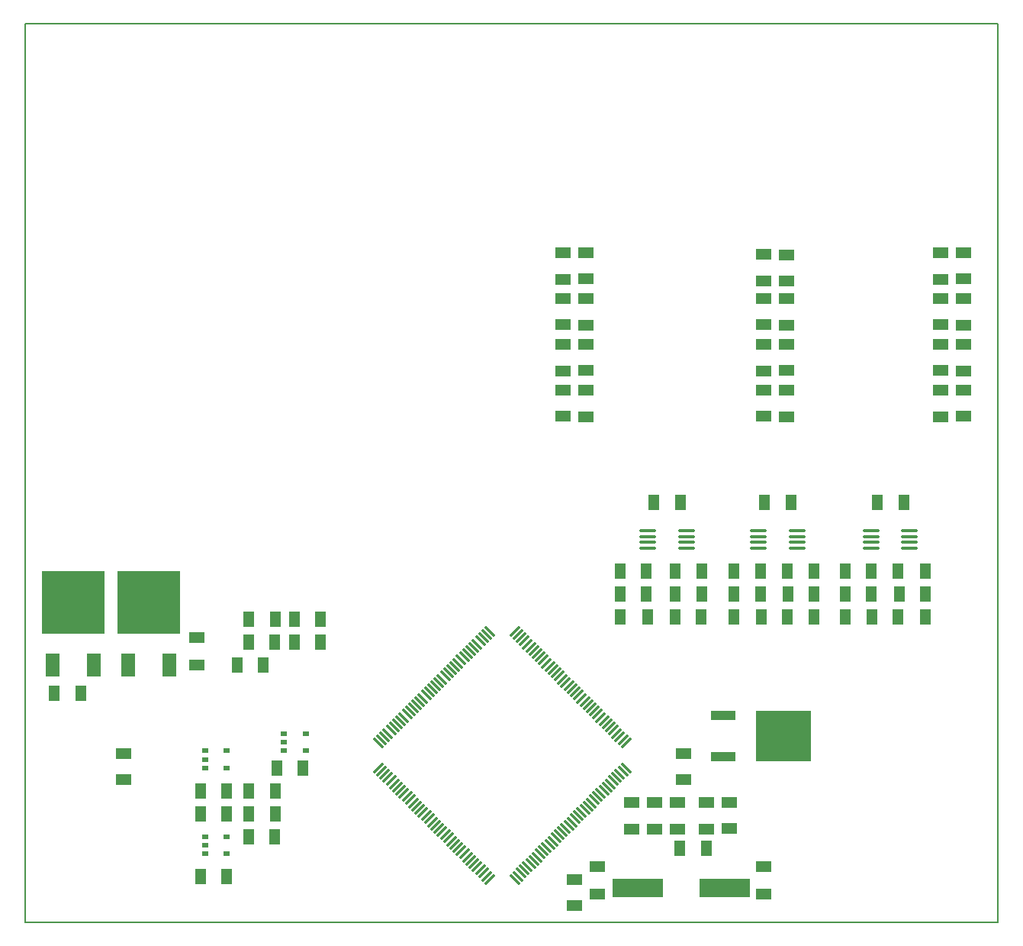
<source format=gbr>
G04 PROTEUS GERBER X2 FILE*
%TF.GenerationSoftware,Labcenter,Proteus,8.7-SP3-Build25561*%
%TF.CreationDate,2021-06-13T19:25:45+00:00*%
%TF.FileFunction,Paste,Bot*%
%TF.FilePolarity,Positive*%
%TF.Part,Single*%
%TF.SameCoordinates,{9c7b3d0d-a21c-4509-bc3d-39c11cb24c33}*%
%FSLAX45Y45*%
%MOMM*%
G01*
%AMPPAD127*
4,1,4,
0.628620,-0.449010,
0.449010,-0.628620,
-0.628620,0.449010,
-0.449010,0.628620,
0.628620,-0.449010,
0*%
%TA.AperFunction,Material*%
%ADD137PPAD127*%
%AMPPAD128*
4,1,4,
0.449010,0.628620,
0.628620,0.449010,
-0.449010,-0.628620,
-0.628620,-0.449010,
0.449010,0.628620,
0*%
%ADD138PPAD128*%
%AMPPAD129*
4,1,4,
0.422070,0.637600,
0.637600,0.422070,
-0.422070,-0.637600,
-0.637600,-0.422070,
0.422070,0.637600,
0*%
%ADD139PPAD129*%
%AMPPAD130*
4,1,4,
0.637600,-0.422070,
0.422070,-0.637600,
-0.637600,0.422070,
-0.422070,0.637600,
0.637600,-0.422070,
0*%
%ADD140PPAD130*%
%TA.AperFunction,Material*%
%ADD141R,0.635000X0.508000*%
%TA.AperFunction,Material*%
%ADD129R,1.803400X1.143000*%
%TA.AperFunction,Material*%
%ADD119R,6.985000X6.985000*%
%ADD120R,1.524000X2.540000*%
%TA.AperFunction,Material*%
%ADD123R,1.143000X1.803400*%
%AMPPAD101*
4,1,36,
0.901700,-0.025400,
0.901700,0.025400,
0.898160,0.061750,
0.887980,0.095370,
0.871810,0.125600,
0.850300,0.151800,
0.824110,0.173310,
0.793870,0.189480,
0.760250,0.199660,
0.723900,0.203200,
-0.723900,0.203200,
-0.760250,0.199660,
-0.793870,0.189480,
-0.824110,0.173310,
-0.850300,0.151800,
-0.871810,0.125600,
-0.887980,0.095370,
-0.898160,0.061750,
-0.901700,0.025400,
-0.901700,-0.025400,
-0.898160,-0.061750,
-0.887980,-0.095370,
-0.871810,-0.125600,
-0.850300,-0.151800,
-0.824110,-0.173310,
-0.793870,-0.189480,
-0.760250,-0.199660,
-0.723900,-0.203200,
0.723900,-0.203200,
0.760250,-0.199660,
0.793870,-0.189480,
0.824110,-0.173310,
0.850300,-0.151800,
0.871810,-0.125600,
0.887980,-0.095370,
0.898160,-0.061750,
0.901700,-0.025400,
0*%
%TA.AperFunction,Material*%
%ADD111PPAD101*%
%TA.AperFunction,Material*%
%ADD142R,2.743200X0.990600*%
%ADD143R,6.146800X5.562600*%
%TA.AperFunction,Material*%
%ADD144R,5.588000X2.032000*%
%TA.AperFunction,Profile*%
%ADD46C,0.203200*%
%TD.AperFunction*%
D137*
X+5589396Y-5904103D03*
X+5554040Y-5939459D03*
X+5518685Y-5974814D03*
X+5483330Y-6010169D03*
X+5447974Y-6045525D03*
X+5412619Y-6080880D03*
X+5377264Y-6116235D03*
X+5341908Y-6151591D03*
X+5306553Y-6186946D03*
X+5271198Y-6222301D03*
X+5235842Y-6257657D03*
X+5200487Y-6293012D03*
X+5165132Y-6328367D03*
X+5129776Y-6363723D03*
X+5094421Y-6399078D03*
X+5059066Y-6434434D03*
X+5023710Y-6469789D03*
X+4988355Y-6505144D03*
X+4953000Y-6540500D03*
X+4917644Y-6575855D03*
X+4882289Y-6611210D03*
X+4846934Y-6646566D03*
X+4811578Y-6681921D03*
X+4776223Y-6717276D03*
X+4740868Y-6752632D03*
X+4705512Y-6787987D03*
X+4670157Y-6823342D03*
X+4634802Y-6858698D03*
X+4599446Y-6894053D03*
X+4564091Y-6929408D03*
X+4528736Y-6964764D03*
X+4493380Y-7000119D03*
X+4458025Y-7035474D03*
X+4422670Y-7070830D03*
X+4387314Y-7106185D03*
X+4351959Y-7141540D03*
D138*
X+4076187Y-7141540D03*
X+4040832Y-7106185D03*
X+4005477Y-7070830D03*
X+3970121Y-7035474D03*
X+3934766Y-7000119D03*
D139*
X+3899411Y-6964764D03*
D138*
X+3864055Y-6929408D03*
X+3828700Y-6894053D03*
X+3793345Y-6858698D03*
X+3757989Y-6823342D03*
X+3722634Y-6787987D03*
X+3687279Y-6752632D03*
X+3651923Y-6717276D03*
X+3616568Y-6681921D03*
X+3581213Y-6646566D03*
X+3545857Y-6611210D03*
X+3510502Y-6575855D03*
X+3475147Y-6540500D03*
X+3439791Y-6505144D03*
X+3404436Y-6469789D03*
X+3369081Y-6434434D03*
X+3333725Y-6399078D03*
X+3298370Y-6363723D03*
X+3263015Y-6328367D03*
X+3227659Y-6293012D03*
X+3192304Y-6257657D03*
X+3156948Y-6222301D03*
X+3121593Y-6186946D03*
X+3086238Y-6151591D03*
X+3050882Y-6116235D03*
X+3015527Y-6080880D03*
X+2980172Y-6045525D03*
X+2944816Y-6010169D03*
X+2909461Y-5974814D03*
X+2874106Y-5939459D03*
X+2838750Y-5904103D03*
D137*
X+2838750Y-5628332D03*
X+2874106Y-5592976D03*
X+2909461Y-5557621D03*
X+2944816Y-5522266D03*
X+2980172Y-5486910D03*
X+3015527Y-5451555D03*
X+3050882Y-5416200D03*
X+3086238Y-5380844D03*
X+3121593Y-5345489D03*
X+3156948Y-5310134D03*
X+3192304Y-5274778D03*
X+3227659Y-5239423D03*
X+3263015Y-5204068D03*
X+3298370Y-5168712D03*
X+3333725Y-5133357D03*
X+3369081Y-5098002D03*
X+3404436Y-5062646D03*
X+3439791Y-5027291D03*
X+3475147Y-4991936D03*
X+3510502Y-4956580D03*
X+3545857Y-4921225D03*
X+3581213Y-4885870D03*
X+3616568Y-4850514D03*
X+3651923Y-4815159D03*
X+3687279Y-4779804D03*
X+3722634Y-4744448D03*
X+3757989Y-4709093D03*
X+3793345Y-4673738D03*
X+3828700Y-4638382D03*
X+3864055Y-4603027D03*
X+3899411Y-4567672D03*
X+3934766Y-4532316D03*
X+3970121Y-4496961D03*
D140*
X+4005477Y-4461606D03*
D137*
X+4040832Y-4426250D03*
X+4076187Y-4390895D03*
D138*
X+4351959Y-4390895D03*
X+4387314Y-4426250D03*
X+4422670Y-4461606D03*
X+4458025Y-4496961D03*
X+4493380Y-4532316D03*
X+4528736Y-4567672D03*
X+4564091Y-4603027D03*
X+4599446Y-4638382D03*
X+4634802Y-4673738D03*
X+4670157Y-4709093D03*
X+4705512Y-4744448D03*
X+4740868Y-4779804D03*
X+4776223Y-4815159D03*
X+4811578Y-4850514D03*
X+4846934Y-4885870D03*
X+4882289Y-4921225D03*
X+4917644Y-4956580D03*
X+4953000Y-4991936D03*
X+4988355Y-5027291D03*
X+5023710Y-5062646D03*
X+5059066Y-5098002D03*
X+5094421Y-5133357D03*
X+5129776Y-5168712D03*
X+5165132Y-5204068D03*
X+5200487Y-5239423D03*
X+5235842Y-5274778D03*
X+5271198Y-5310134D03*
X+5306553Y-5345489D03*
X+5341908Y-5380844D03*
X+5377264Y-5416200D03*
X+5412619Y-5451555D03*
X+5447974Y-5486910D03*
X+5483330Y-5522266D03*
X+5518685Y-5557621D03*
X+5554040Y-5592976D03*
X+5589396Y-5628332D03*
D141*
X+913740Y-5905500D03*
X+913740Y-5811520D03*
X+913740Y-5715000D03*
X+1152500Y-5715000D03*
X+1152500Y-5905500D03*
X+1793240Y-5715000D03*
X+1793240Y-5621020D03*
X+1793240Y-5524500D03*
X+2032000Y-5524500D03*
X+2032000Y-5715000D03*
X+913740Y-6858000D03*
X+913740Y-6764020D03*
X+913740Y-6667500D03*
X+1152500Y-6667500D03*
X+1152500Y-6858000D03*
D129*
X+5143500Y-698500D03*
X+5143500Y-998500D03*
X+5143500Y-190500D03*
X+5143500Y-480500D03*
X+4889500Y-190500D03*
X+4889500Y-490500D03*
X+4889500Y-698500D03*
X+4889500Y-988500D03*
D119*
X-546100Y-4071620D03*
D120*
X-317500Y-4762500D03*
X-774700Y-4762500D03*
D119*
X+292100Y-4071620D03*
D120*
X+520700Y-4762500D03*
X+63500Y-4762500D03*
D123*
X-462000Y-5080000D03*
X-762000Y-5080000D03*
D129*
X+825500Y-4762500D03*
X+825500Y-4462500D03*
X+4889500Y-1206500D03*
X+4889500Y-1506500D03*
X+5143500Y-1714500D03*
X+5143500Y-2014500D03*
X+4889500Y-1714500D03*
X+4889500Y-2004500D03*
X+5143500Y-1206500D03*
X+5143500Y-1496500D03*
D111*
X+6259000Y-3273402D03*
X+6259000Y-3338402D03*
X+6259000Y-3403402D03*
X+6259000Y-3468402D03*
X+5829000Y-3468402D03*
X+5829000Y-3403402D03*
X+5829000Y-3338402D03*
X+5829000Y-3273402D03*
X+7486107Y-3273033D03*
X+7486107Y-3338033D03*
X+7486107Y-3403033D03*
X+7486107Y-3468033D03*
X+7056107Y-3468033D03*
X+7056107Y-3403033D03*
X+7056107Y-3338033D03*
X+7056107Y-3273033D03*
X+8735869Y-3274533D03*
X+8735869Y-3339533D03*
X+8735869Y-3404533D03*
X+8735869Y-3469533D03*
X+8305869Y-3469533D03*
X+8305869Y-3404533D03*
X+8305869Y-3339533D03*
X+8305869Y-3274533D03*
D123*
X+6195500Y-2957402D03*
X+5895500Y-2957402D03*
X+7422607Y-2957033D03*
X+7122607Y-2957033D03*
X+8672369Y-2958533D03*
X+8372369Y-2958533D03*
X+6432000Y-3719402D03*
X+6132000Y-3719402D03*
X+7676607Y-3719033D03*
X+7376607Y-3719033D03*
X+8908869Y-3719033D03*
X+8608869Y-3719033D03*
X+6432000Y-3973402D03*
X+6132000Y-3973402D03*
X+5824500Y-4227402D03*
X+5524500Y-4227402D03*
X+5524500Y-3719402D03*
X+5814500Y-3719402D03*
X+6422000Y-4227402D03*
X+6132000Y-4227402D03*
X+5814500Y-3973402D03*
X+5524500Y-3973402D03*
X+6787607Y-3719033D03*
X+7077607Y-3719033D03*
X+7676607Y-3973033D03*
X+7386607Y-3973033D03*
X+7077607Y-3973033D03*
X+6787607Y-3973033D03*
X+8019869Y-3719033D03*
X+8309869Y-3719033D03*
X+8908869Y-3973033D03*
X+8618869Y-3973033D03*
X+8309869Y-3973033D03*
X+8019869Y-3973033D03*
X+7087607Y-4227033D03*
X+6787607Y-4227033D03*
X+7676607Y-4227033D03*
X+7376607Y-4227033D03*
X+8319869Y-4227033D03*
X+8019869Y-4227033D03*
X+8908869Y-4227033D03*
X+8608869Y-4227033D03*
D129*
X+7112000Y-698500D03*
X+7112000Y-988500D03*
X+7366000Y-218000D03*
X+7366000Y-508000D03*
X+7112000Y-1714500D03*
X+7112000Y-2004500D03*
X+7366000Y-1206500D03*
X+7366000Y-1496500D03*
X+7112000Y-208000D03*
X+7112000Y-508000D03*
X+7366000Y-698500D03*
X+7366000Y-998500D03*
X+7112000Y-1206500D03*
X+7112000Y-1506500D03*
X+7366000Y-1714500D03*
X+7366000Y-2014500D03*
X+9080500Y-190500D03*
X+9080500Y-490500D03*
X+9334500Y-698500D03*
X+9334500Y-998500D03*
X+9334500Y-1206500D03*
X+9334500Y-1506500D03*
X+9080500Y-1714500D03*
X+9080500Y-2014500D03*
X+9080500Y-698500D03*
X+9080500Y-988500D03*
X+9334500Y-190500D03*
X+9334500Y-480500D03*
X+9334500Y-1714500D03*
X+9334500Y-2004500D03*
X+9080500Y-1206500D03*
X+9080500Y-1496500D03*
D142*
X+6667500Y-5778500D03*
X+6667500Y-5322500D03*
D143*
X+7337500Y-5550500D03*
D144*
X+6680200Y-7239000D03*
X+5715000Y-7239000D03*
D129*
X+7112000Y-7002500D03*
X+7112000Y-7302500D03*
X+5270500Y-7002500D03*
X+5270500Y-7302500D03*
D123*
X+1152500Y-6413500D03*
X+862500Y-6413500D03*
X+1152500Y-6159500D03*
X+862500Y-6159500D03*
X+2004500Y-5905500D03*
X+1714500Y-5905500D03*
X+1152500Y-7112000D03*
X+862500Y-7112000D03*
D129*
X+9500Y-6032500D03*
X+9500Y-5742500D03*
X+6731000Y-6576500D03*
X+6731000Y-6286500D03*
D123*
X+6187000Y-6794500D03*
X+6477000Y-6794500D03*
X+1397000Y-6667500D03*
X+1687000Y-6667500D03*
D129*
X+6477000Y-6286500D03*
X+6477000Y-6586500D03*
X+6159500Y-6286500D03*
X+6159500Y-6586500D03*
X+5651500Y-6286500D03*
X+5651500Y-6586500D03*
X+5905500Y-6286500D03*
X+5905500Y-6586500D03*
D123*
X+1697000Y-6413500D03*
X+1397000Y-6413500D03*
X+1697000Y-6159500D03*
X+1397000Y-6159500D03*
X+1697000Y-4254500D03*
X+1397000Y-4254500D03*
D129*
X+5016500Y-7139500D03*
X+5016500Y-7429500D03*
X+6223000Y-6032500D03*
X+6223000Y-5742500D03*
D123*
X+1905000Y-4508500D03*
X+2195000Y-4508500D03*
X+1905000Y-4254500D03*
X+2195000Y-4254500D03*
X+1397000Y-4508500D03*
X+1687000Y-4508500D03*
X+1560000Y-4762500D03*
X+1270000Y-4762500D03*
D46*
X-1079500Y-7620000D02*
X+9715500Y-7620000D01*
X+9715500Y+2349500D01*
X-1079500Y+2349500D01*
X-1079500Y-7620000D01*
M02*

</source>
